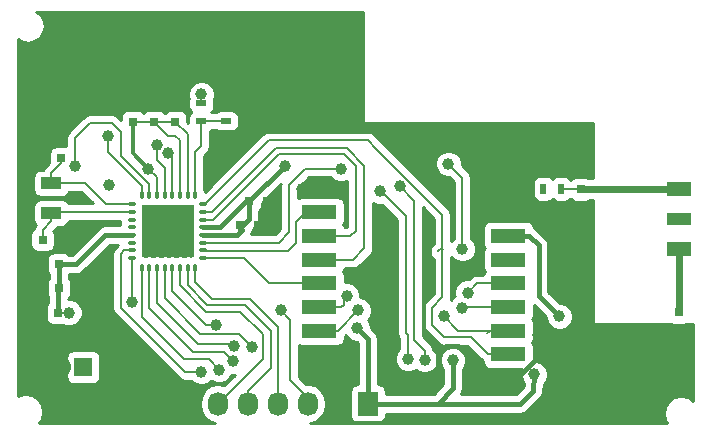
<source format=gbl>
G04 #@! TF.FileFunction,Copper,L2,Bot,Signal*
%FSLAX46Y46*%
G04 Gerber Fmt 4.6, Leading zero omitted, Abs format (unit mm)*
G04 Created by KiCad (PCBNEW 4.0.5+dfsg1-4~bpo8+1) date Wed Oct 25 14:31:00 2017*
%MOMM*%
%LPD*%
G01*
G04 APERTURE LIST*
%ADD10C,0.100000*%
%ADD11R,1.600000X1.600000*%
%ADD12O,1.600000X1.600000*%
%ADD13C,1.000000*%
%ADD14R,3.000000X1.300000*%
%ADD15R,2.000000X1.200000*%
%ADD16R,2.000000X1.100000*%
%ADD17R,0.750000X0.800000*%
%ADD18R,0.800000X0.750000*%
%ADD19R,1.727200X2.032000*%
%ADD20O,1.727200X2.032000*%
%ADD21R,0.900000X0.500000*%
%ADD22R,0.500000X0.900000*%
%ADD23C,0.500000*%
%ADD24O,0.800000X0.350000*%
%ADD25O,0.350000X0.800000*%
%ADD26R,4.400000X4.400000*%
%ADD27R,1.800000X1.000000*%
%ADD28C,0.600000*%
%ADD29C,0.200000*%
%ADD30C,0.400000*%
%ADD31C,0.300000*%
%ADD32C,0.350000*%
%ADD33C,0.254000*%
G04 APERTURE END LIST*
D10*
D11*
X93200000Y-89300000D03*
D12*
X91400000Y-89300000D03*
D13*
X109430000Y-77290000D03*
D14*
X113200000Y-74200000D03*
X113200000Y-76200000D03*
X113200000Y-78200000D03*
X113200000Y-80200000D03*
X113200000Y-82200000D03*
X113200000Y-84200000D03*
X113200000Y-86200000D03*
X113200000Y-88200000D03*
X129200000Y-88200000D03*
X129200000Y-86200000D03*
X129200000Y-84200000D03*
X129200000Y-82200000D03*
X129200000Y-80200000D03*
X129200000Y-78200000D03*
X129200000Y-76200000D03*
X129200000Y-74200000D03*
D13*
X93250000Y-82500000D03*
X133570000Y-76230000D03*
X133500000Y-78250000D03*
X133500000Y-79750000D03*
X109250000Y-64000000D03*
X109250000Y-62500000D03*
X109250000Y-61000000D03*
X107750000Y-64000000D03*
X107750000Y-62500000D03*
X107750000Y-61000000D03*
X106250000Y-64000000D03*
X106250000Y-62500000D03*
X106250000Y-61000000D03*
X138500000Y-91500000D03*
X138500000Y-90000000D03*
X138500000Y-88500000D03*
X137000000Y-91500000D03*
X137000000Y-90000000D03*
X137000000Y-88500000D03*
X135500000Y-91500000D03*
X135500000Y-90000000D03*
X135500000Y-88500000D03*
X116000000Y-67750000D03*
X116000000Y-66000000D03*
X116000000Y-64500000D03*
X116000000Y-63000000D03*
X116000000Y-61500000D03*
X116000000Y-60000000D03*
X89750000Y-90750000D03*
X89750000Y-89250000D03*
X101750000Y-79000000D03*
X101750000Y-76500000D03*
X99250000Y-79000000D03*
X99250000Y-76500000D03*
X133460000Y-69310000D03*
X133100000Y-72300000D03*
X135750000Y-82750000D03*
X135750000Y-81250000D03*
X135750000Y-79750000D03*
X135750000Y-78250000D03*
X135640000Y-76250000D03*
X133500000Y-81250000D03*
X135750000Y-84500000D03*
X131150000Y-69270000D03*
X135840000Y-71160000D03*
X135750000Y-69250000D03*
X135750000Y-86250000D03*
X141750000Y-86250000D03*
X140250000Y-86250000D03*
X138750000Y-86250000D03*
D15*
X143600000Y-74200000D03*
X143600000Y-79300000D03*
D16*
X143600000Y-76750000D03*
D17*
X99200000Y-68550000D03*
X99200000Y-67050000D03*
X101000000Y-68550000D03*
X101000000Y-67050000D03*
D18*
X91150000Y-80600000D03*
X89650000Y-80600000D03*
D17*
X97400000Y-68550000D03*
X97400000Y-67050000D03*
D18*
X107250000Y-75250000D03*
X108750000Y-75250000D03*
X106500000Y-77250000D03*
X108000000Y-77250000D03*
X91050000Y-84700000D03*
X89550000Y-84700000D03*
X91150000Y-82600000D03*
X89650000Y-82600000D03*
X91350000Y-71600000D03*
X89850000Y-71600000D03*
X89750000Y-78500000D03*
X91250000Y-78500000D03*
D17*
X143600000Y-84650000D03*
X143600000Y-86150000D03*
X135300000Y-74250000D03*
X135300000Y-72750000D03*
D19*
X117300000Y-92400000D03*
D20*
X114760000Y-92400000D03*
X112220000Y-92400000D03*
X109680000Y-92400000D03*
X107140000Y-92400000D03*
X104600000Y-92400000D03*
D21*
X103200000Y-66950000D03*
X103200000Y-68450000D03*
X105300000Y-68450000D03*
X105300000Y-66950000D03*
D22*
X132150000Y-74200000D03*
X133650000Y-74200000D03*
D23*
X99350000Y-89800000D03*
X100000000Y-89800000D03*
X100650000Y-89800000D03*
D24*
X97330000Y-80070000D03*
D25*
X98130000Y-74720000D03*
D24*
X103330000Y-80070000D03*
D25*
X98130000Y-80870000D03*
D24*
X97330000Y-79420000D03*
X97330000Y-78770000D03*
X97330000Y-78120000D03*
X97330000Y-77470000D03*
X97330000Y-76820000D03*
X97330000Y-76170000D03*
X97330000Y-75520000D03*
D25*
X102680000Y-80870000D03*
X102030000Y-80870000D03*
X101380000Y-80870000D03*
X100730000Y-80870000D03*
X100080000Y-80870000D03*
X99430000Y-80870000D03*
X98780000Y-80870000D03*
X98780000Y-74720000D03*
X99430000Y-74720000D03*
X100080000Y-74720000D03*
X100730000Y-74720000D03*
X101380000Y-74720000D03*
X102030000Y-74720000D03*
X102680000Y-74720000D03*
D24*
X103330000Y-75520000D03*
X103330000Y-76170000D03*
X103330000Y-76820000D03*
X103330000Y-77470000D03*
X103330000Y-78120000D03*
X103330000Y-78770000D03*
X103330000Y-79420000D03*
D26*
X100400000Y-77800000D03*
D27*
X90500000Y-76250000D03*
X90500000Y-73750000D03*
D13*
X137250000Y-86250000D03*
X103200000Y-66200000D03*
X111750000Y-74250000D03*
X88200000Y-73500000D03*
X107100000Y-67800000D03*
X122900000Y-72800000D03*
X95300000Y-84500000D03*
X95500000Y-89000000D03*
X89600000Y-72000000D03*
X94100000Y-60700000D03*
X103900000Y-73000000D03*
X131700000Y-86600000D03*
X132600000Y-92800000D03*
X100400000Y-77800000D03*
X119100000Y-89000000D03*
X131400000Y-72500000D03*
X110250000Y-72250000D03*
X98700000Y-72500000D03*
X131400000Y-89900000D03*
X124500000Y-88700000D03*
X95400000Y-73900000D03*
X92000000Y-84700000D03*
X116400000Y-86000000D03*
X104400000Y-85700000D03*
X133500000Y-85000000D03*
X109900000Y-84500000D03*
X95300000Y-69700000D03*
X103200000Y-89700000D03*
X104700000Y-89500000D03*
X92500000Y-72300000D03*
X125300000Y-79300000D03*
X124100000Y-72100000D03*
X97300000Y-83800000D03*
X116500000Y-84500000D03*
X115500000Y-83250000D03*
X115000000Y-72500000D03*
X123750000Y-85000000D03*
X105900000Y-88800000D03*
X120000000Y-74000000D03*
X99400000Y-70500000D03*
X122100000Y-88700000D03*
X118300000Y-74400000D03*
X100400000Y-71200000D03*
X120700000Y-88600000D03*
X125250000Y-84250000D03*
X106000000Y-87500000D03*
X125750000Y-83000000D03*
X107500000Y-87600000D03*
D28*
X143600000Y-74200000D02*
X135350000Y-74200000D01*
D29*
X135350000Y-74200000D02*
X135300000Y-74250000D01*
X133650000Y-74200000D02*
X135250000Y-74200000D01*
X135250000Y-74200000D02*
X135300000Y-74250000D01*
D28*
X143600000Y-84650000D02*
X143600000Y-79300000D01*
D29*
X103200000Y-66950000D02*
X103200000Y-66200000D01*
D30*
X108000000Y-77250000D02*
X109250000Y-77250000D01*
X109250000Y-77250000D02*
X109500000Y-77500000D01*
X108000000Y-77250000D02*
X108250000Y-77250000D01*
X108250000Y-77250000D02*
X108750000Y-76750000D01*
X108750000Y-76750000D02*
X108750000Y-75250000D01*
D29*
X113200000Y-74200000D02*
X111800000Y-74200000D01*
D30*
X111800000Y-74200000D02*
X111750000Y-74250000D01*
X129200000Y-76200000D02*
X131710000Y-76200000D01*
X131710000Y-76200000D02*
X135400000Y-79890000D01*
X95500000Y-90960000D02*
X96240000Y-91700000D01*
X96090000Y-91650000D02*
X96090000Y-91700000D01*
X96140000Y-91700000D02*
X96090000Y-91650000D01*
X96240000Y-91700000D02*
X96140000Y-91700000D01*
X95500000Y-89000000D02*
X95500000Y-90960000D01*
D31*
X114760000Y-92400000D02*
X114760000Y-93150000D01*
X114760000Y-93150000D02*
X115610000Y-94000000D01*
X131400000Y-94000000D02*
X132600000Y-92800000D01*
X115610000Y-94000000D02*
X131400000Y-94000000D01*
D30*
X89650000Y-82600000D02*
X89650000Y-80600000D01*
X89550000Y-84700000D02*
X89550000Y-82700000D01*
X89550000Y-82700000D02*
X89650000Y-82600000D01*
X89550000Y-84700000D02*
X89550000Y-86560000D01*
X89550000Y-86560000D02*
X89520000Y-86530000D01*
X88000000Y-83790000D02*
X88000000Y-85010000D01*
D29*
X88200000Y-73500000D02*
X88000000Y-73700000D01*
D30*
X88000000Y-73700000D02*
X88000000Y-83790000D01*
X88000000Y-85010000D02*
X89520000Y-86530000D01*
X91650000Y-88660000D02*
X91650000Y-89300000D01*
X89520000Y-86530000D02*
X91650000Y-88660000D01*
X129200000Y-76200000D02*
X127500000Y-76200000D01*
X127350000Y-72500000D02*
X131400000Y-72500000D01*
X126900000Y-72950000D02*
X127350000Y-72500000D01*
X126900000Y-75600000D02*
X126900000Y-72950000D01*
X127500000Y-76200000D02*
X126900000Y-75600000D01*
D29*
X107100000Y-67800000D02*
X106250000Y-66950000D01*
X106250000Y-66950000D02*
X105300000Y-66950000D01*
X131400000Y-72500000D02*
X131100000Y-72500000D01*
D30*
X131100000Y-72500000D02*
X128700000Y-70100000D01*
X128700000Y-70100000D02*
X124000000Y-70100000D01*
X124000000Y-70100000D02*
X122900000Y-71200000D01*
X122900000Y-71200000D02*
X122900000Y-72800000D01*
X136450000Y-86150000D02*
X143600000Y-86150000D01*
X135400000Y-85100000D02*
X136450000Y-86150000D01*
X135400000Y-79890000D02*
X135400000Y-85100000D01*
X135300000Y-72750000D02*
X131650000Y-72750000D01*
D29*
X131650000Y-72750000D02*
X131400000Y-72500000D01*
D30*
X95500000Y-84700000D02*
X95500000Y-89000000D01*
D29*
X95300000Y-84500000D02*
X95500000Y-84700000D01*
D30*
X99350000Y-89800000D02*
X98700000Y-89800000D01*
X97340000Y-91160000D02*
X96800000Y-91700000D01*
X96800000Y-91700000D02*
X96090000Y-91700000D01*
X98700000Y-89800000D02*
X97340000Y-91160000D01*
X91650000Y-91150000D02*
X91650000Y-89300000D01*
X95500000Y-91700000D02*
X92200000Y-91700000D01*
X92200000Y-91700000D02*
X91650000Y-91150000D01*
X96090000Y-91700000D02*
X95500000Y-91700000D01*
D29*
X89600000Y-72000000D02*
X89850000Y-71750000D01*
X89850000Y-71750000D02*
X89850000Y-71600000D01*
D30*
X97400000Y-67050000D02*
X97400000Y-62900000D01*
X95200000Y-60700000D02*
X94100000Y-60700000D01*
X97400000Y-62900000D02*
X95200000Y-60700000D01*
X105300000Y-66950000D02*
X105300000Y-65600000D01*
X101000000Y-65100000D02*
X101000000Y-67050000D01*
X101600000Y-64500000D02*
X101000000Y-65100000D01*
X104200000Y-64500000D02*
X101600000Y-64500000D01*
X105300000Y-65600000D02*
X104200000Y-64500000D01*
X105300000Y-66950000D02*
X106250000Y-66950000D01*
X106250000Y-66950000D02*
X107200000Y-67900000D01*
X107200000Y-67900000D02*
X107200000Y-69600000D01*
X107200000Y-69600000D02*
X103900000Y-72900000D01*
X103900000Y-72900000D02*
X103900000Y-73000000D01*
X128800000Y-90100000D02*
X130000000Y-90100000D01*
X131700000Y-88400000D02*
X131700000Y-86600000D01*
X130000000Y-90100000D02*
X131700000Y-88400000D01*
X119100000Y-89000000D02*
X120500000Y-90400000D01*
X127500000Y-90100000D02*
X128800000Y-90100000D01*
X124900000Y-87500000D02*
X127500000Y-90100000D01*
X123900000Y-87500000D02*
X124900000Y-87500000D01*
X123200000Y-88200000D02*
X123900000Y-87500000D01*
X123200000Y-89400000D02*
X123200000Y-88200000D01*
X122200000Y-90400000D02*
X123200000Y-89400000D01*
X120500000Y-90400000D02*
X122200000Y-90400000D01*
X131700000Y-86600000D02*
X132600000Y-87500000D01*
X132600000Y-87500000D02*
X132600000Y-92800000D01*
D29*
X91250000Y-78500000D02*
X91250000Y-78850000D01*
D31*
X91250000Y-78850000D02*
X89650000Y-80450000D01*
D29*
X89650000Y-80450000D02*
X89650000Y-80600000D01*
D30*
X99200000Y-67050000D02*
X97400000Y-67050000D01*
X101000000Y-67050000D02*
X99200000Y-67050000D01*
D29*
X89550000Y-82700000D02*
X89650000Y-82600000D01*
X113200000Y-88200000D02*
X113200000Y-88800000D01*
D30*
X113200000Y-88800000D02*
X114760000Y-90360000D01*
X114760000Y-90360000D02*
X114760000Y-92400000D01*
X107250000Y-75250000D02*
X110250000Y-72250000D01*
X107250000Y-75250000D02*
X107000000Y-75250000D01*
X107000000Y-75250000D02*
X104780000Y-77470000D01*
X104780000Y-77470000D02*
X103330000Y-77470000D01*
X106500000Y-77250000D02*
X106750000Y-77250000D01*
X106750000Y-77250000D02*
X107250000Y-76750000D01*
X107250000Y-76750000D02*
X107250000Y-75250000D01*
X103330000Y-78120000D02*
X106230000Y-78120000D01*
X106230000Y-78120000D02*
X106500000Y-77850000D01*
X106500000Y-77850000D02*
X106500000Y-77250000D01*
X106750000Y-77250000D02*
X107250000Y-76750000D01*
X107250000Y-76750000D02*
X107250000Y-75250000D01*
X106230000Y-78120000D02*
X106500000Y-77850000D01*
X106500000Y-77850000D02*
X106650000Y-77700000D01*
X124500000Y-88700000D02*
X124500000Y-91100000D01*
X124500000Y-91100000D02*
X123200000Y-92400000D01*
D29*
X99430000Y-73700000D02*
X99430000Y-73230000D01*
X99430000Y-74720000D02*
X99430000Y-73700000D01*
X99430000Y-73230000D02*
X98700000Y-72500000D01*
D31*
X97400000Y-71200000D02*
X97400000Y-68550000D01*
X98700000Y-72500000D02*
X97400000Y-71200000D01*
X106650000Y-77350000D02*
X106650000Y-77700000D01*
D30*
X117300000Y-92400000D02*
X123200000Y-92400000D01*
X123200000Y-92400000D02*
X130200000Y-92400000D01*
X130200000Y-92400000D02*
X131300000Y-91300000D01*
X131300000Y-91300000D02*
X131400000Y-89900000D01*
D29*
X95400000Y-74000000D02*
X95400000Y-73900000D01*
X92000000Y-84700000D02*
X91050000Y-84700000D01*
D30*
X91050000Y-84700000D02*
X91050000Y-82700000D01*
D29*
X91050000Y-82700000D02*
X91150000Y-82600000D01*
D30*
X91150000Y-82600000D02*
X91150000Y-80600000D01*
X117300000Y-92400000D02*
X117300000Y-86900000D01*
X117300000Y-86900000D02*
X116400000Y-86000000D01*
D29*
X101380000Y-74720000D02*
X101380000Y-70080000D01*
X100350000Y-69700000D02*
X99200000Y-68550000D01*
X101000000Y-69700000D02*
X100350000Y-69700000D01*
X101380000Y-70080000D02*
X101000000Y-69700000D01*
X102030000Y-74720000D02*
X102030000Y-69580000D01*
X102030000Y-69580000D02*
X101000000Y-68550000D01*
X99200000Y-68550000D02*
X101000000Y-68550000D01*
X97400000Y-68550000D02*
X99200000Y-68550000D01*
X104400000Y-85700000D02*
X103600000Y-85700000D01*
X103600000Y-85700000D02*
X103100000Y-85200000D01*
X100730000Y-80870000D02*
X100730000Y-82830000D01*
X100730000Y-82830000D02*
X103100000Y-85200000D01*
X106650000Y-77700000D02*
X106650000Y-77350000D01*
D30*
X97330000Y-78120000D02*
X95080000Y-78120000D01*
X92600000Y-80600000D02*
X91150000Y-80600000D01*
X95080000Y-78120000D02*
X92600000Y-80600000D01*
D29*
X91350000Y-71600000D02*
X91350000Y-72050000D01*
X90500000Y-72900000D02*
X90500000Y-73750000D01*
X91350000Y-72050000D02*
X90500000Y-72900000D01*
X97330000Y-75520000D02*
X95120000Y-75520000D01*
X93350000Y-73750000D02*
X90500000Y-73750000D01*
X95120000Y-75520000D02*
X93350000Y-73750000D01*
X90500000Y-76250000D02*
X90500000Y-76900000D01*
X89750000Y-77650000D02*
X89750000Y-78500000D01*
X90500000Y-76900000D02*
X89750000Y-77650000D01*
X97330000Y-76170000D02*
X90580000Y-76170000D01*
X90580000Y-76170000D02*
X90500000Y-76250000D01*
D30*
X129200000Y-78200000D02*
X130950000Y-78200000D01*
X131750000Y-83250000D02*
X133500000Y-85000000D01*
X131750000Y-79000000D02*
X131750000Y-83250000D01*
X130950000Y-78200000D02*
X131750000Y-79000000D01*
D29*
X98130000Y-74720000D02*
X98130000Y-73930000D01*
X95300000Y-71100000D02*
X95300000Y-69700000D01*
X98130000Y-73930000D02*
X95300000Y-71100000D01*
X110700000Y-90400000D02*
X110700000Y-85300000D01*
X110700000Y-85300000D02*
X109900000Y-84500000D01*
X112220000Y-92400000D02*
X112220000Y-91920000D01*
X112220000Y-91920000D02*
X110700000Y-90400000D01*
X98130000Y-74720000D02*
X98130000Y-74330000D01*
X112220000Y-91920000D02*
X111300000Y-91000000D01*
X111300000Y-91000000D02*
X110700000Y-90400000D01*
X112220000Y-93280000D02*
X112220000Y-92400000D01*
X102680000Y-80870000D02*
X102680000Y-82080000D01*
X109680000Y-85880000D02*
X109680000Y-92400000D01*
X107300000Y-83500000D02*
X109680000Y-85880000D01*
X104100000Y-83500000D02*
X107300000Y-83500000D01*
X102680000Y-82080000D02*
X104100000Y-83500000D01*
X107140000Y-92400000D02*
X107140000Y-91360000D01*
X102030000Y-82330000D02*
X102030000Y-80870000D01*
X103700000Y-84000000D02*
X102030000Y-82330000D01*
X106900000Y-84000000D02*
X103700000Y-84000000D01*
X109100000Y-86200000D02*
X106900000Y-84000000D01*
X109100000Y-89400000D02*
X109100000Y-86200000D01*
X107140000Y-91360000D02*
X109100000Y-89400000D01*
X104600000Y-92400000D02*
X108400000Y-88600000D01*
X101380000Y-82380000D02*
X101380000Y-80870000D01*
X103600000Y-84600000D02*
X101380000Y-82380000D01*
X106500000Y-84600000D02*
X103600000Y-84600000D01*
X108400000Y-86500000D02*
X106500000Y-84600000D01*
X108400000Y-88600000D02*
X108400000Y-86500000D01*
X102600000Y-89700000D02*
X103200000Y-89700000D01*
X97330000Y-79420000D02*
X96680000Y-79420000D01*
X101800000Y-89700000D02*
X102600000Y-89700000D01*
X96400000Y-84300000D02*
X101800000Y-89700000D01*
X96400000Y-79700000D02*
X96400000Y-84300000D01*
X96680000Y-79420000D02*
X96400000Y-79700000D01*
X103100000Y-88650000D02*
X103850000Y-88650000D01*
X103850000Y-88650000D02*
X104700000Y-89500000D01*
X102900000Y-88650000D02*
X103100000Y-88650000D01*
X101750000Y-88650000D02*
X102900000Y-88650000D01*
X98130000Y-85030000D02*
X98130000Y-84430000D01*
X101750000Y-88650000D02*
X98130000Y-85030000D01*
X98130000Y-80870000D02*
X98130000Y-84430000D01*
X102680000Y-74720000D02*
X102680000Y-71120000D01*
X103200000Y-70600000D02*
X103200000Y-68450000D01*
X102680000Y-71120000D02*
X103200000Y-70600000D01*
X103200000Y-68450000D02*
X105300000Y-68450000D01*
X95300000Y-68600000D02*
X95600000Y-68600000D01*
X95600000Y-68600000D02*
X96400000Y-69400000D01*
X92500000Y-72300000D02*
X92500000Y-69900000D01*
X92500000Y-69900000D02*
X92800000Y-69600000D01*
X93800000Y-68600000D02*
X95300000Y-68600000D01*
X92800000Y-69600000D02*
X93800000Y-68600000D01*
X98780000Y-73780000D02*
X96400000Y-71400000D01*
X96400000Y-71400000D02*
X96400000Y-69400000D01*
X98780000Y-74720000D02*
X98780000Y-73780000D01*
X125300000Y-73300000D02*
X125300000Y-79300000D01*
X124100000Y-72100000D02*
X125300000Y-73300000D01*
X97330000Y-80070000D02*
X97330000Y-83770000D01*
X97330000Y-83770000D02*
X97300000Y-83800000D01*
X113200000Y-86200000D02*
X114800000Y-86200000D01*
X114800000Y-86200000D02*
X116500000Y-84500000D01*
X113200000Y-86200000D02*
X114700000Y-86200000D01*
X103330000Y-80070000D02*
X106770000Y-80070000D01*
X108900000Y-82200000D02*
X113200000Y-82200000D01*
X106770000Y-80070000D02*
X108900000Y-82200000D01*
X123610000Y-79330000D02*
X123610000Y-83390000D01*
X127450000Y-88200000D02*
X129200000Y-88200000D01*
X126000000Y-86750000D02*
X127450000Y-88200000D01*
X123750000Y-86750000D02*
X126000000Y-86750000D01*
X122750000Y-85750000D02*
X123750000Y-86750000D01*
X122750000Y-84250000D02*
X122750000Y-85750000D01*
X123610000Y-83390000D02*
X122750000Y-84250000D01*
X123670000Y-79330000D02*
X123610000Y-79330000D01*
X123610000Y-79330000D02*
X123420000Y-79330000D01*
X123420000Y-79330000D02*
X123250000Y-79500000D01*
X123670000Y-79330000D02*
X123610000Y-79270000D01*
X123610000Y-79270000D02*
X123610000Y-76410000D01*
X118100000Y-70900000D02*
X117300000Y-70100000D01*
X117300000Y-70100000D02*
X109300000Y-70100000D01*
X118100000Y-70900000D02*
X123610000Y-76410000D01*
X108900000Y-70100000D02*
X108300000Y-70700000D01*
X103480000Y-75520000D02*
X108300000Y-70700000D01*
X109300000Y-70100000D02*
X108900000Y-70100000D01*
X103330000Y-75520000D02*
X103480000Y-75520000D01*
X110625000Y-73875000D02*
X110625000Y-77875000D01*
X110625000Y-73875000D02*
X112000000Y-72500000D01*
X110625000Y-77875000D02*
X109730000Y-78770000D01*
X109730000Y-78770000D02*
X109480000Y-78770000D01*
X112500000Y-72500000D02*
X115000000Y-72500000D01*
X115050000Y-84200000D02*
X113200000Y-84200000D01*
X115250000Y-84000000D02*
X115050000Y-84200000D01*
X115250000Y-83500000D02*
X115250000Y-84000000D01*
X115500000Y-83250000D02*
X115250000Y-83500000D01*
X112000000Y-72500000D02*
X112500000Y-72500000D01*
X103330000Y-78770000D02*
X109480000Y-78770000D01*
X124950000Y-86200000D02*
X129200000Y-86200000D01*
X123750000Y-85000000D02*
X124950000Y-86200000D01*
X129200000Y-86200000D02*
X127600000Y-86200000D01*
X127600000Y-86200000D02*
X127400000Y-86400000D01*
X127400000Y-86400000D02*
X127600000Y-86200000D01*
X103900000Y-88000000D02*
X105100000Y-88000000D01*
X105100000Y-88000000D02*
X105900000Y-88800000D01*
X98780000Y-84280000D02*
X102000000Y-87500000D01*
X98780000Y-80870000D02*
X98780000Y-84280000D01*
X102000000Y-87500000D02*
X102500000Y-88000000D01*
X102500000Y-88000000D02*
X103900000Y-88000000D01*
X121200000Y-87000000D02*
X121200000Y-75200000D01*
X121200000Y-75200000D02*
X120000000Y-74000000D01*
X100080000Y-74720000D02*
X100080000Y-72480000D01*
X99400000Y-71800000D02*
X99400000Y-70500000D01*
X100080000Y-72480000D02*
X99400000Y-71800000D01*
X122100000Y-88700000D02*
X122100000Y-87900000D01*
X122100000Y-87900000D02*
X121200000Y-87000000D01*
X118300000Y-74400000D02*
X118400000Y-74400000D01*
X118400000Y-74400000D02*
X120500000Y-76500000D01*
X120500000Y-86400000D02*
X120500000Y-76500000D01*
X120500000Y-76500000D02*
X119000000Y-75000000D01*
X119000000Y-75000000D02*
X118800000Y-74800000D01*
X100730000Y-74720000D02*
X100730000Y-71530000D01*
X100730000Y-71530000D02*
X100400000Y-71200000D01*
X120700000Y-88600000D02*
X120700000Y-86600000D01*
X120700000Y-86600000D02*
X120500000Y-86400000D01*
X117000000Y-73250000D02*
X117000000Y-72250000D01*
X109500000Y-70750000D02*
X109000000Y-71250000D01*
X115500000Y-70750000D02*
X109500000Y-70750000D01*
X117000000Y-72250000D02*
X115500000Y-70750000D01*
X103330000Y-76170000D02*
X104080000Y-76170000D01*
X104080000Y-76170000D02*
X109000000Y-71250000D01*
X116050000Y-80200000D02*
X113200000Y-80200000D01*
X117000000Y-79250000D02*
X116050000Y-80200000D01*
X117000000Y-73250000D02*
X117000000Y-79250000D01*
X108500000Y-72500000D02*
X109750000Y-71250000D01*
X116250000Y-72250000D02*
X116250000Y-74250000D01*
X115250000Y-71250000D02*
X116250000Y-72250000D01*
X109750000Y-71250000D02*
X115250000Y-71250000D01*
X103330000Y-76820000D02*
X104180000Y-76820000D01*
X115800000Y-78200000D02*
X113200000Y-78200000D01*
X116250000Y-77750000D02*
X115800000Y-78200000D01*
X116250000Y-74250000D02*
X116250000Y-77750000D01*
X104180000Y-76820000D02*
X108500000Y-72500000D01*
X111250000Y-77000000D02*
X111250000Y-78750000D01*
X111250000Y-78750000D02*
X110500000Y-79500000D01*
X110500000Y-79500000D02*
X110000000Y-79500000D01*
X108000000Y-79500000D02*
X103500000Y-79500000D01*
X110000000Y-79500000D02*
X108000000Y-79500000D01*
X113200000Y-76200000D02*
X112050000Y-76200000D01*
X112050000Y-76200000D02*
X111250000Y-77000000D01*
X103500000Y-79500000D02*
X103330000Y-79420000D01*
X113200000Y-76200000D02*
X111830000Y-76200000D01*
X129200000Y-84200000D02*
X125300000Y-84200000D01*
X125300000Y-84200000D02*
X125250000Y-84250000D01*
X105800000Y-87300000D02*
X106000000Y-87500000D01*
X102900000Y-87300000D02*
X105100000Y-87300000D01*
X99430000Y-80870000D02*
X99430000Y-83830000D01*
X99430000Y-83830000D02*
X102900000Y-87300000D01*
X105100000Y-87300000D02*
X105800000Y-87300000D01*
X126550000Y-82200000D02*
X129200000Y-82200000D01*
X125750000Y-83000000D02*
X126550000Y-82200000D01*
X106400000Y-86500000D02*
X107500000Y-87600000D01*
X103300000Y-86500000D02*
X106400000Y-86500000D01*
D32*
X129500000Y-82500000D02*
X129200000Y-82200000D01*
D29*
X103100000Y-86500000D02*
X103300000Y-86500000D01*
X100080000Y-80870000D02*
X100080000Y-83480000D01*
X100080000Y-83480000D02*
X103100000Y-86500000D01*
D33*
G36*
X115437233Y-86642086D02*
X115756235Y-86961645D01*
X116173244Y-87134803D01*
X116354093Y-87134961D01*
X116465000Y-87245868D01*
X116465000Y-90736560D01*
X116436400Y-90736560D01*
X116201083Y-90780838D01*
X115984959Y-90919910D01*
X115839969Y-91132110D01*
X115788960Y-91384000D01*
X115788960Y-93416000D01*
X115833238Y-93651317D01*
X115972310Y-93867441D01*
X116184510Y-94012431D01*
X116320650Y-94040000D01*
X112437910Y-94040000D01*
X112793489Y-93969271D01*
X113279670Y-93644415D01*
X113604526Y-93158234D01*
X113718600Y-92584745D01*
X113718600Y-92215255D01*
X113604526Y-91641766D01*
X113279670Y-91155585D01*
X112793489Y-90830729D01*
X112220000Y-90716655D01*
X112083294Y-90743847D01*
X111819724Y-90480278D01*
X111819723Y-90480276D01*
X111435000Y-90095554D01*
X111435000Y-87437473D01*
X111448110Y-87446431D01*
X111700000Y-87497440D01*
X114700000Y-87497440D01*
X114935317Y-87453162D01*
X115151441Y-87314090D01*
X115296431Y-87101890D01*
X115347440Y-86850000D01*
X115347440Y-86692006D01*
X115425575Y-86613871D01*
X115437233Y-86642086D01*
X115437233Y-86642086D01*
G37*
X115437233Y-86642086D02*
X115756235Y-86961645D01*
X116173244Y-87134803D01*
X116354093Y-87134961D01*
X116465000Y-87245868D01*
X116465000Y-90736560D01*
X116436400Y-90736560D01*
X116201083Y-90780838D01*
X115984959Y-90919910D01*
X115839969Y-91132110D01*
X115788960Y-91384000D01*
X115788960Y-93416000D01*
X115833238Y-93651317D01*
X115972310Y-93867441D01*
X116184510Y-94012431D01*
X116320650Y-94040000D01*
X112437910Y-94040000D01*
X112793489Y-93969271D01*
X113279670Y-93644415D01*
X113604526Y-93158234D01*
X113718600Y-92584745D01*
X113718600Y-92215255D01*
X113604526Y-91641766D01*
X113279670Y-91155585D01*
X112793489Y-90830729D01*
X112220000Y-90716655D01*
X112083294Y-90743847D01*
X111819724Y-90480278D01*
X111819723Y-90480276D01*
X111435000Y-90095554D01*
X111435000Y-87437473D01*
X111448110Y-87446431D01*
X111700000Y-87497440D01*
X114700000Y-87497440D01*
X114935317Y-87453162D01*
X115151441Y-87314090D01*
X115296431Y-87101890D01*
X115347440Y-86850000D01*
X115347440Y-86692006D01*
X115425575Y-86613871D01*
X115437233Y-86642086D01*
G36*
X116873000Y-68500000D02*
X116881685Y-68546159D01*
X116908965Y-68588553D01*
X116950590Y-68616994D01*
X117000000Y-68627000D01*
X136373000Y-68627000D01*
X136373000Y-73265000D01*
X135943620Y-73265000D01*
X135926890Y-73253569D01*
X135675000Y-73202560D01*
X134925000Y-73202560D01*
X134689683Y-73246838D01*
X134473559Y-73385910D01*
X134446130Y-73426053D01*
X134364090Y-73298559D01*
X134151890Y-73153569D01*
X133900000Y-73102560D01*
X133400000Y-73102560D01*
X133164683Y-73146838D01*
X132948559Y-73285910D01*
X132900866Y-73355711D01*
X132864090Y-73298559D01*
X132651890Y-73153569D01*
X132400000Y-73102560D01*
X131900000Y-73102560D01*
X131664683Y-73146838D01*
X131448559Y-73285910D01*
X131303569Y-73498110D01*
X131252560Y-73750000D01*
X131252560Y-74650000D01*
X131296838Y-74885317D01*
X131435910Y-75101441D01*
X131648110Y-75246431D01*
X131900000Y-75297440D01*
X132400000Y-75297440D01*
X132635317Y-75253162D01*
X132851441Y-75114090D01*
X132899134Y-75044289D01*
X132935910Y-75101441D01*
X133148110Y-75246431D01*
X133400000Y-75297440D01*
X133900000Y-75297440D01*
X134135317Y-75253162D01*
X134351441Y-75114090D01*
X134412009Y-75025446D01*
X134460910Y-75101441D01*
X134673110Y-75246431D01*
X134925000Y-75297440D01*
X135675000Y-75297440D01*
X135910317Y-75253162D01*
X136093946Y-75135000D01*
X136373000Y-75135000D01*
X136373000Y-85500000D01*
X136381685Y-85546159D01*
X136408965Y-85588553D01*
X136450590Y-85616994D01*
X136500000Y-85627000D01*
X142944672Y-85627000D01*
X142973110Y-85646431D01*
X143225000Y-85697440D01*
X143975000Y-85697440D01*
X144210317Y-85653162D01*
X144250974Y-85627000D01*
X144790000Y-85627000D01*
X144790000Y-92125654D01*
X144363148Y-91840440D01*
X143800000Y-91728423D01*
X143236852Y-91840440D01*
X142759438Y-92159438D01*
X142440440Y-92636852D01*
X142328423Y-93200000D01*
X142440440Y-93763148D01*
X142625427Y-94040000D01*
X118288173Y-94040000D01*
X118398917Y-94019162D01*
X118615041Y-93880090D01*
X118760031Y-93667890D01*
X118811040Y-93416000D01*
X118811040Y-93235000D01*
X130200000Y-93235000D01*
X130519541Y-93171439D01*
X130790434Y-92990434D01*
X131890434Y-91890434D01*
X131964706Y-91779278D01*
X132046712Y-91673692D01*
X132054687Y-91644611D01*
X132071439Y-91619540D01*
X132097520Y-91488421D01*
X132132878Y-91359491D01*
X132178053Y-90727037D01*
X132361645Y-90543765D01*
X132534803Y-90126756D01*
X132535197Y-89675225D01*
X132362767Y-89257914D01*
X132043765Y-88938355D01*
X131626756Y-88765197D01*
X131347440Y-88764953D01*
X131347440Y-87550000D01*
X131303162Y-87314683D01*
X131229380Y-87200022D01*
X131296431Y-87101890D01*
X131347440Y-86850000D01*
X131347440Y-85550000D01*
X131303162Y-85314683D01*
X131229380Y-85200022D01*
X131296431Y-85101890D01*
X131347440Y-84850000D01*
X131347440Y-84028308D01*
X132364959Y-85045827D01*
X132364803Y-85224775D01*
X132537233Y-85642086D01*
X132856235Y-85961645D01*
X133273244Y-86134803D01*
X133724775Y-86135197D01*
X134142086Y-85962767D01*
X134461645Y-85643765D01*
X134634803Y-85226756D01*
X134635197Y-84775225D01*
X134462767Y-84357914D01*
X134143765Y-84038355D01*
X133726756Y-83865197D01*
X133545907Y-83865039D01*
X132585000Y-82904132D01*
X132585000Y-79000000D01*
X132521439Y-78680459D01*
X132340434Y-78409566D01*
X131540434Y-77609566D01*
X131458770Y-77555000D01*
X131332506Y-77470633D01*
X131303162Y-77314683D01*
X131164090Y-77098559D01*
X130951890Y-76953569D01*
X130700000Y-76902560D01*
X127700000Y-76902560D01*
X127464683Y-76946838D01*
X127248559Y-77085910D01*
X127103569Y-77298110D01*
X127052560Y-77550000D01*
X127052560Y-78850000D01*
X127096838Y-79085317D01*
X127170620Y-79199978D01*
X127103569Y-79298110D01*
X127052560Y-79550000D01*
X127052560Y-80850000D01*
X127096838Y-81085317D01*
X127170620Y-81199978D01*
X127103569Y-81298110D01*
X127069773Y-81465000D01*
X126550000Y-81465000D01*
X126268728Y-81520949D01*
X126030277Y-81680276D01*
X125845471Y-81865082D01*
X125525225Y-81864803D01*
X125107914Y-82037233D01*
X124788355Y-82356235D01*
X124615197Y-82773244D01*
X124614803Y-83224775D01*
X124635842Y-83275693D01*
X124607914Y-83287233D01*
X124305366Y-83589254D01*
X124345000Y-83390000D01*
X124345000Y-79949867D01*
X124656235Y-80261645D01*
X125073244Y-80434803D01*
X125524775Y-80435197D01*
X125942086Y-80262767D01*
X126261645Y-79943765D01*
X126434803Y-79526756D01*
X126435197Y-79075225D01*
X126262767Y-78657914D01*
X126035000Y-78429749D01*
X126035000Y-73300000D01*
X125979051Y-73018728D01*
X125966352Y-72999723D01*
X125819723Y-72780276D01*
X125234918Y-72195471D01*
X125235197Y-71875225D01*
X125062767Y-71457914D01*
X124743765Y-71138355D01*
X124326756Y-70965197D01*
X123875225Y-70964803D01*
X123457914Y-71137233D01*
X123138355Y-71456235D01*
X122965197Y-71873244D01*
X122964803Y-72324775D01*
X123137233Y-72742086D01*
X123456235Y-73061645D01*
X123873244Y-73234803D01*
X124195638Y-73235084D01*
X124565000Y-73604447D01*
X124565000Y-78429985D01*
X124345000Y-78649602D01*
X124345000Y-76410000D01*
X124289051Y-76128728D01*
X124217363Y-76021439D01*
X124129724Y-75890277D01*
X118619726Y-70380280D01*
X118619724Y-70380277D01*
X117819723Y-69580277D01*
X117581272Y-69420949D01*
X117570106Y-69418728D01*
X117300000Y-69365000D01*
X108900000Y-69365000D01*
X108629894Y-69418728D01*
X108618728Y-69420949D01*
X108380276Y-69580277D01*
X107780279Y-70180275D01*
X107780276Y-70180277D01*
X103489308Y-74471246D01*
X103428342Y-74164749D01*
X103415000Y-74144781D01*
X103415000Y-71424446D01*
X103719723Y-71119724D01*
X103879051Y-70881272D01*
X103885083Y-70850949D01*
X103935000Y-70600000D01*
X103935000Y-69271192D01*
X104068946Y-69185000D01*
X104435025Y-69185000D01*
X104598110Y-69296431D01*
X104850000Y-69347440D01*
X105750000Y-69347440D01*
X105985317Y-69303162D01*
X106201441Y-69164090D01*
X106346431Y-68951890D01*
X106397440Y-68700000D01*
X106397440Y-68200000D01*
X106353162Y-67964683D01*
X106214090Y-67748559D01*
X106001890Y-67603569D01*
X105750000Y-67552560D01*
X104850000Y-67552560D01*
X104614683Y-67596838D01*
X104431054Y-67715000D01*
X104064975Y-67715000D01*
X104044289Y-67700866D01*
X104101441Y-67664090D01*
X104246431Y-67451890D01*
X104297440Y-67200000D01*
X104297440Y-66700000D01*
X104273710Y-66573884D01*
X104334803Y-66426756D01*
X104335197Y-65975225D01*
X104162767Y-65557914D01*
X103843765Y-65238355D01*
X103426756Y-65065197D01*
X102975225Y-65064803D01*
X102557914Y-65237233D01*
X102238355Y-65556235D01*
X102065197Y-65973244D01*
X102064803Y-66424775D01*
X102127545Y-66576621D01*
X102102560Y-66700000D01*
X102102560Y-67200000D01*
X102146838Y-67435317D01*
X102285910Y-67651441D01*
X102355711Y-67699134D01*
X102298559Y-67735910D01*
X102153569Y-67948110D01*
X102102560Y-68200000D01*
X102102560Y-68613113D01*
X102022440Y-68532994D01*
X102022440Y-68150000D01*
X101978162Y-67914683D01*
X101839090Y-67698559D01*
X101626890Y-67553569D01*
X101375000Y-67502560D01*
X100625000Y-67502560D01*
X100389683Y-67546838D01*
X100173559Y-67685910D01*
X100100116Y-67793397D01*
X100039090Y-67698559D01*
X99826890Y-67553569D01*
X99575000Y-67502560D01*
X98825000Y-67502560D01*
X98589683Y-67546838D01*
X98373559Y-67685910D01*
X98300116Y-67793397D01*
X98239090Y-67698559D01*
X98026890Y-67553569D01*
X97775000Y-67502560D01*
X97025000Y-67502560D01*
X96789683Y-67546838D01*
X96573559Y-67685910D01*
X96428569Y-67898110D01*
X96377560Y-68150000D01*
X96377560Y-68338114D01*
X96119723Y-68080277D01*
X95881272Y-67920949D01*
X95600000Y-67865000D01*
X93800000Y-67865000D01*
X93518728Y-67920949D01*
X93280277Y-68080276D01*
X92280279Y-69080275D01*
X92280276Y-69080277D01*
X91980277Y-69380277D01*
X91820949Y-69618728D01*
X91765000Y-69900000D01*
X91765000Y-70580598D01*
X91750000Y-70577560D01*
X90950000Y-70577560D01*
X90714683Y-70621838D01*
X90498559Y-70760910D01*
X90353569Y-70973110D01*
X90302560Y-71225000D01*
X90302560Y-71975000D01*
X90315703Y-72044850D01*
X89980277Y-72380277D01*
X89831752Y-72602560D01*
X89600000Y-72602560D01*
X89364683Y-72646838D01*
X89148559Y-72785910D01*
X89003569Y-72998110D01*
X88952560Y-73250000D01*
X88952560Y-74250000D01*
X88996838Y-74485317D01*
X89135910Y-74701441D01*
X89348110Y-74846431D01*
X89600000Y-74897440D01*
X91400000Y-74897440D01*
X91635317Y-74853162D01*
X91851441Y-74714090D01*
X91996431Y-74501890D01*
X91999851Y-74485000D01*
X93045554Y-74485000D01*
X93995554Y-75435000D01*
X91951887Y-75435000D01*
X91864090Y-75298559D01*
X91651890Y-75153569D01*
X91400000Y-75102560D01*
X89600000Y-75102560D01*
X89364683Y-75146838D01*
X89148559Y-75285910D01*
X89003569Y-75498110D01*
X88952560Y-75750000D01*
X88952560Y-76750000D01*
X88996838Y-76985317D01*
X89135910Y-77201441D01*
X89168052Y-77223403D01*
X89070949Y-77368728D01*
X89029603Y-77576585D01*
X88898559Y-77660910D01*
X88753569Y-77873110D01*
X88702560Y-78125000D01*
X88702560Y-78875000D01*
X88746838Y-79110317D01*
X88885910Y-79326441D01*
X89098110Y-79471431D01*
X89350000Y-79522440D01*
X90150000Y-79522440D01*
X90385317Y-79478162D01*
X90601441Y-79339090D01*
X90746431Y-79126890D01*
X90797440Y-78875000D01*
X90797440Y-78125000D01*
X90753162Y-77889683D01*
X90673524Y-77765922D01*
X91019723Y-77419724D01*
X91034613Y-77397440D01*
X91400000Y-77397440D01*
X91635317Y-77353162D01*
X91851441Y-77214090D01*
X91996431Y-77001890D01*
X92016052Y-76905000D01*
X96291631Y-76905000D01*
X96336381Y-77129974D01*
X96346421Y-77145000D01*
X96336381Y-77160026D01*
X96311522Y-77285000D01*
X95080000Y-77285000D01*
X94760460Y-77348560D01*
X94489566Y-77529566D01*
X92254132Y-79765000D01*
X92001563Y-79765000D01*
X91801890Y-79628569D01*
X91550000Y-79577560D01*
X90750000Y-79577560D01*
X90514683Y-79621838D01*
X90298559Y-79760910D01*
X90153569Y-79973110D01*
X90102560Y-80225000D01*
X90102560Y-80975000D01*
X90146838Y-81210317D01*
X90285910Y-81426441D01*
X90315000Y-81446317D01*
X90315000Y-81750331D01*
X90298559Y-81760910D01*
X90153569Y-81973110D01*
X90102560Y-82225000D01*
X90102560Y-82975000D01*
X90146838Y-83210317D01*
X90215000Y-83316244D01*
X90215000Y-83850331D01*
X90198559Y-83860910D01*
X90053569Y-84073110D01*
X90002560Y-84325000D01*
X90002560Y-85075000D01*
X90046838Y-85310317D01*
X90185910Y-85526441D01*
X90398110Y-85671431D01*
X90650000Y-85722440D01*
X91450000Y-85722440D01*
X91486228Y-85715623D01*
X91773244Y-85834803D01*
X92224775Y-85835197D01*
X92642086Y-85662767D01*
X92961645Y-85343765D01*
X93134803Y-84926756D01*
X93135197Y-84475225D01*
X92962767Y-84057914D01*
X92643765Y-83738355D01*
X92226756Y-83565197D01*
X91885000Y-83564899D01*
X91885000Y-83514018D01*
X92001441Y-83439090D01*
X92146431Y-83226890D01*
X92197440Y-82975000D01*
X92197440Y-82225000D01*
X92153162Y-81989683D01*
X92014090Y-81773559D01*
X91985000Y-81753683D01*
X91985000Y-81449669D01*
X92001441Y-81439090D01*
X92004236Y-81435000D01*
X92600000Y-81435000D01*
X92919541Y-81371439D01*
X93190434Y-81190434D01*
X95425868Y-78955000D01*
X96105553Y-78955000D01*
X95880277Y-79180277D01*
X95720949Y-79418728D01*
X95665000Y-79700000D01*
X95665000Y-84300000D01*
X95720949Y-84581272D01*
X95880277Y-84819723D01*
X101280276Y-90219723D01*
X101348040Y-90265001D01*
X101518728Y-90379051D01*
X101800000Y-90435000D01*
X102329985Y-90435000D01*
X102556235Y-90661645D01*
X102973244Y-90834803D01*
X103424775Y-90835197D01*
X103842086Y-90662767D01*
X104049908Y-90455307D01*
X104056235Y-90461645D01*
X104473244Y-90634803D01*
X104924775Y-90635197D01*
X105342086Y-90462767D01*
X105661645Y-90143765D01*
X105748387Y-89934869D01*
X106025443Y-89935110D01*
X105137069Y-90823485D01*
X104600000Y-90716655D01*
X104026511Y-90830729D01*
X103540330Y-91155585D01*
X103215474Y-91641766D01*
X103101400Y-92215255D01*
X103101400Y-92584745D01*
X103215474Y-93158234D01*
X103540330Y-93644415D01*
X104026511Y-93969271D01*
X104382090Y-94040000D01*
X89460423Y-94040000D01*
X89700810Y-93680235D01*
X89816226Y-93100000D01*
X89700810Y-92519765D01*
X89372134Y-92027866D01*
X88880235Y-91699190D01*
X88300000Y-91583774D01*
X87719765Y-91699190D01*
X87710000Y-91705715D01*
X87710000Y-88500000D01*
X91752560Y-88500000D01*
X91752560Y-90100000D01*
X91796838Y-90335317D01*
X91935910Y-90551441D01*
X92148110Y-90696431D01*
X92400000Y-90747440D01*
X94000000Y-90747440D01*
X94235317Y-90703162D01*
X94451441Y-90564090D01*
X94596431Y-90351890D01*
X94647440Y-90100000D01*
X94647440Y-88500000D01*
X94603162Y-88264683D01*
X94464090Y-88048559D01*
X94251890Y-87903569D01*
X94000000Y-87852560D01*
X92400000Y-87852560D01*
X92164683Y-87896838D01*
X91948559Y-88035910D01*
X91803569Y-88248110D01*
X91752560Y-88500000D01*
X87710000Y-88500000D01*
X87710000Y-61543730D01*
X87957697Y-61709236D01*
X88500000Y-61817107D01*
X89042303Y-61709236D01*
X89502046Y-61402046D01*
X89809236Y-60942303D01*
X89917107Y-60400000D01*
X89809236Y-59857697D01*
X89502046Y-59397954D01*
X89220753Y-59210000D01*
X116873000Y-59210000D01*
X116873000Y-68500000D01*
X116873000Y-68500000D01*
G37*
X116873000Y-68500000D02*
X116881685Y-68546159D01*
X116908965Y-68588553D01*
X116950590Y-68616994D01*
X117000000Y-68627000D01*
X136373000Y-68627000D01*
X136373000Y-73265000D01*
X135943620Y-73265000D01*
X135926890Y-73253569D01*
X135675000Y-73202560D01*
X134925000Y-73202560D01*
X134689683Y-73246838D01*
X134473559Y-73385910D01*
X134446130Y-73426053D01*
X134364090Y-73298559D01*
X134151890Y-73153569D01*
X133900000Y-73102560D01*
X133400000Y-73102560D01*
X133164683Y-73146838D01*
X132948559Y-73285910D01*
X132900866Y-73355711D01*
X132864090Y-73298559D01*
X132651890Y-73153569D01*
X132400000Y-73102560D01*
X131900000Y-73102560D01*
X131664683Y-73146838D01*
X131448559Y-73285910D01*
X131303569Y-73498110D01*
X131252560Y-73750000D01*
X131252560Y-74650000D01*
X131296838Y-74885317D01*
X131435910Y-75101441D01*
X131648110Y-75246431D01*
X131900000Y-75297440D01*
X132400000Y-75297440D01*
X132635317Y-75253162D01*
X132851441Y-75114090D01*
X132899134Y-75044289D01*
X132935910Y-75101441D01*
X133148110Y-75246431D01*
X133400000Y-75297440D01*
X133900000Y-75297440D01*
X134135317Y-75253162D01*
X134351441Y-75114090D01*
X134412009Y-75025446D01*
X134460910Y-75101441D01*
X134673110Y-75246431D01*
X134925000Y-75297440D01*
X135675000Y-75297440D01*
X135910317Y-75253162D01*
X136093946Y-75135000D01*
X136373000Y-75135000D01*
X136373000Y-85500000D01*
X136381685Y-85546159D01*
X136408965Y-85588553D01*
X136450590Y-85616994D01*
X136500000Y-85627000D01*
X142944672Y-85627000D01*
X142973110Y-85646431D01*
X143225000Y-85697440D01*
X143975000Y-85697440D01*
X144210317Y-85653162D01*
X144250974Y-85627000D01*
X144790000Y-85627000D01*
X144790000Y-92125654D01*
X144363148Y-91840440D01*
X143800000Y-91728423D01*
X143236852Y-91840440D01*
X142759438Y-92159438D01*
X142440440Y-92636852D01*
X142328423Y-93200000D01*
X142440440Y-93763148D01*
X142625427Y-94040000D01*
X118288173Y-94040000D01*
X118398917Y-94019162D01*
X118615041Y-93880090D01*
X118760031Y-93667890D01*
X118811040Y-93416000D01*
X118811040Y-93235000D01*
X130200000Y-93235000D01*
X130519541Y-93171439D01*
X130790434Y-92990434D01*
X131890434Y-91890434D01*
X131964706Y-91779278D01*
X132046712Y-91673692D01*
X132054687Y-91644611D01*
X132071439Y-91619540D01*
X132097520Y-91488421D01*
X132132878Y-91359491D01*
X132178053Y-90727037D01*
X132361645Y-90543765D01*
X132534803Y-90126756D01*
X132535197Y-89675225D01*
X132362767Y-89257914D01*
X132043765Y-88938355D01*
X131626756Y-88765197D01*
X131347440Y-88764953D01*
X131347440Y-87550000D01*
X131303162Y-87314683D01*
X131229380Y-87200022D01*
X131296431Y-87101890D01*
X131347440Y-86850000D01*
X131347440Y-85550000D01*
X131303162Y-85314683D01*
X131229380Y-85200022D01*
X131296431Y-85101890D01*
X131347440Y-84850000D01*
X131347440Y-84028308D01*
X132364959Y-85045827D01*
X132364803Y-85224775D01*
X132537233Y-85642086D01*
X132856235Y-85961645D01*
X133273244Y-86134803D01*
X133724775Y-86135197D01*
X134142086Y-85962767D01*
X134461645Y-85643765D01*
X134634803Y-85226756D01*
X134635197Y-84775225D01*
X134462767Y-84357914D01*
X134143765Y-84038355D01*
X133726756Y-83865197D01*
X133545907Y-83865039D01*
X132585000Y-82904132D01*
X132585000Y-79000000D01*
X132521439Y-78680459D01*
X132340434Y-78409566D01*
X131540434Y-77609566D01*
X131458770Y-77555000D01*
X131332506Y-77470633D01*
X131303162Y-77314683D01*
X131164090Y-77098559D01*
X130951890Y-76953569D01*
X130700000Y-76902560D01*
X127700000Y-76902560D01*
X127464683Y-76946838D01*
X127248559Y-77085910D01*
X127103569Y-77298110D01*
X127052560Y-77550000D01*
X127052560Y-78850000D01*
X127096838Y-79085317D01*
X127170620Y-79199978D01*
X127103569Y-79298110D01*
X127052560Y-79550000D01*
X127052560Y-80850000D01*
X127096838Y-81085317D01*
X127170620Y-81199978D01*
X127103569Y-81298110D01*
X127069773Y-81465000D01*
X126550000Y-81465000D01*
X126268728Y-81520949D01*
X126030277Y-81680276D01*
X125845471Y-81865082D01*
X125525225Y-81864803D01*
X125107914Y-82037233D01*
X124788355Y-82356235D01*
X124615197Y-82773244D01*
X124614803Y-83224775D01*
X124635842Y-83275693D01*
X124607914Y-83287233D01*
X124305366Y-83589254D01*
X124345000Y-83390000D01*
X124345000Y-79949867D01*
X124656235Y-80261645D01*
X125073244Y-80434803D01*
X125524775Y-80435197D01*
X125942086Y-80262767D01*
X126261645Y-79943765D01*
X126434803Y-79526756D01*
X126435197Y-79075225D01*
X126262767Y-78657914D01*
X126035000Y-78429749D01*
X126035000Y-73300000D01*
X125979051Y-73018728D01*
X125966352Y-72999723D01*
X125819723Y-72780276D01*
X125234918Y-72195471D01*
X125235197Y-71875225D01*
X125062767Y-71457914D01*
X124743765Y-71138355D01*
X124326756Y-70965197D01*
X123875225Y-70964803D01*
X123457914Y-71137233D01*
X123138355Y-71456235D01*
X122965197Y-71873244D01*
X122964803Y-72324775D01*
X123137233Y-72742086D01*
X123456235Y-73061645D01*
X123873244Y-73234803D01*
X124195638Y-73235084D01*
X124565000Y-73604447D01*
X124565000Y-78429985D01*
X124345000Y-78649602D01*
X124345000Y-76410000D01*
X124289051Y-76128728D01*
X124217363Y-76021439D01*
X124129724Y-75890277D01*
X118619726Y-70380280D01*
X118619724Y-70380277D01*
X117819723Y-69580277D01*
X117581272Y-69420949D01*
X117570106Y-69418728D01*
X117300000Y-69365000D01*
X108900000Y-69365000D01*
X108629894Y-69418728D01*
X108618728Y-69420949D01*
X108380276Y-69580277D01*
X107780279Y-70180275D01*
X107780276Y-70180277D01*
X103489308Y-74471246D01*
X103428342Y-74164749D01*
X103415000Y-74144781D01*
X103415000Y-71424446D01*
X103719723Y-71119724D01*
X103879051Y-70881272D01*
X103885083Y-70850949D01*
X103935000Y-70600000D01*
X103935000Y-69271192D01*
X104068946Y-69185000D01*
X104435025Y-69185000D01*
X104598110Y-69296431D01*
X104850000Y-69347440D01*
X105750000Y-69347440D01*
X105985317Y-69303162D01*
X106201441Y-69164090D01*
X106346431Y-68951890D01*
X106397440Y-68700000D01*
X106397440Y-68200000D01*
X106353162Y-67964683D01*
X106214090Y-67748559D01*
X106001890Y-67603569D01*
X105750000Y-67552560D01*
X104850000Y-67552560D01*
X104614683Y-67596838D01*
X104431054Y-67715000D01*
X104064975Y-67715000D01*
X104044289Y-67700866D01*
X104101441Y-67664090D01*
X104246431Y-67451890D01*
X104297440Y-67200000D01*
X104297440Y-66700000D01*
X104273710Y-66573884D01*
X104334803Y-66426756D01*
X104335197Y-65975225D01*
X104162767Y-65557914D01*
X103843765Y-65238355D01*
X103426756Y-65065197D01*
X102975225Y-65064803D01*
X102557914Y-65237233D01*
X102238355Y-65556235D01*
X102065197Y-65973244D01*
X102064803Y-66424775D01*
X102127545Y-66576621D01*
X102102560Y-66700000D01*
X102102560Y-67200000D01*
X102146838Y-67435317D01*
X102285910Y-67651441D01*
X102355711Y-67699134D01*
X102298559Y-67735910D01*
X102153569Y-67948110D01*
X102102560Y-68200000D01*
X102102560Y-68613113D01*
X102022440Y-68532994D01*
X102022440Y-68150000D01*
X101978162Y-67914683D01*
X101839090Y-67698559D01*
X101626890Y-67553569D01*
X101375000Y-67502560D01*
X100625000Y-67502560D01*
X100389683Y-67546838D01*
X100173559Y-67685910D01*
X100100116Y-67793397D01*
X100039090Y-67698559D01*
X99826890Y-67553569D01*
X99575000Y-67502560D01*
X98825000Y-67502560D01*
X98589683Y-67546838D01*
X98373559Y-67685910D01*
X98300116Y-67793397D01*
X98239090Y-67698559D01*
X98026890Y-67553569D01*
X97775000Y-67502560D01*
X97025000Y-67502560D01*
X96789683Y-67546838D01*
X96573559Y-67685910D01*
X96428569Y-67898110D01*
X96377560Y-68150000D01*
X96377560Y-68338114D01*
X96119723Y-68080277D01*
X95881272Y-67920949D01*
X95600000Y-67865000D01*
X93800000Y-67865000D01*
X93518728Y-67920949D01*
X93280277Y-68080276D01*
X92280279Y-69080275D01*
X92280276Y-69080277D01*
X91980277Y-69380277D01*
X91820949Y-69618728D01*
X91765000Y-69900000D01*
X91765000Y-70580598D01*
X91750000Y-70577560D01*
X90950000Y-70577560D01*
X90714683Y-70621838D01*
X90498559Y-70760910D01*
X90353569Y-70973110D01*
X90302560Y-71225000D01*
X90302560Y-71975000D01*
X90315703Y-72044850D01*
X89980277Y-72380277D01*
X89831752Y-72602560D01*
X89600000Y-72602560D01*
X89364683Y-72646838D01*
X89148559Y-72785910D01*
X89003569Y-72998110D01*
X88952560Y-73250000D01*
X88952560Y-74250000D01*
X88996838Y-74485317D01*
X89135910Y-74701441D01*
X89348110Y-74846431D01*
X89600000Y-74897440D01*
X91400000Y-74897440D01*
X91635317Y-74853162D01*
X91851441Y-74714090D01*
X91996431Y-74501890D01*
X91999851Y-74485000D01*
X93045554Y-74485000D01*
X93995554Y-75435000D01*
X91951887Y-75435000D01*
X91864090Y-75298559D01*
X91651890Y-75153569D01*
X91400000Y-75102560D01*
X89600000Y-75102560D01*
X89364683Y-75146838D01*
X89148559Y-75285910D01*
X89003569Y-75498110D01*
X88952560Y-75750000D01*
X88952560Y-76750000D01*
X88996838Y-76985317D01*
X89135910Y-77201441D01*
X89168052Y-77223403D01*
X89070949Y-77368728D01*
X89029603Y-77576585D01*
X88898559Y-77660910D01*
X88753569Y-77873110D01*
X88702560Y-78125000D01*
X88702560Y-78875000D01*
X88746838Y-79110317D01*
X88885910Y-79326441D01*
X89098110Y-79471431D01*
X89350000Y-79522440D01*
X90150000Y-79522440D01*
X90385317Y-79478162D01*
X90601441Y-79339090D01*
X90746431Y-79126890D01*
X90797440Y-78875000D01*
X90797440Y-78125000D01*
X90753162Y-77889683D01*
X90673524Y-77765922D01*
X91019723Y-77419724D01*
X91034613Y-77397440D01*
X91400000Y-77397440D01*
X91635317Y-77353162D01*
X91851441Y-77214090D01*
X91996431Y-77001890D01*
X92016052Y-76905000D01*
X96291631Y-76905000D01*
X96336381Y-77129974D01*
X96346421Y-77145000D01*
X96336381Y-77160026D01*
X96311522Y-77285000D01*
X95080000Y-77285000D01*
X94760460Y-77348560D01*
X94489566Y-77529566D01*
X92254132Y-79765000D01*
X92001563Y-79765000D01*
X91801890Y-79628569D01*
X91550000Y-79577560D01*
X90750000Y-79577560D01*
X90514683Y-79621838D01*
X90298559Y-79760910D01*
X90153569Y-79973110D01*
X90102560Y-80225000D01*
X90102560Y-80975000D01*
X90146838Y-81210317D01*
X90285910Y-81426441D01*
X90315000Y-81446317D01*
X90315000Y-81750331D01*
X90298559Y-81760910D01*
X90153569Y-81973110D01*
X90102560Y-82225000D01*
X90102560Y-82975000D01*
X90146838Y-83210317D01*
X90215000Y-83316244D01*
X90215000Y-83850331D01*
X90198559Y-83860910D01*
X90053569Y-84073110D01*
X90002560Y-84325000D01*
X90002560Y-85075000D01*
X90046838Y-85310317D01*
X90185910Y-85526441D01*
X90398110Y-85671431D01*
X90650000Y-85722440D01*
X91450000Y-85722440D01*
X91486228Y-85715623D01*
X91773244Y-85834803D01*
X92224775Y-85835197D01*
X92642086Y-85662767D01*
X92961645Y-85343765D01*
X93134803Y-84926756D01*
X93135197Y-84475225D01*
X92962767Y-84057914D01*
X92643765Y-83738355D01*
X92226756Y-83565197D01*
X91885000Y-83564899D01*
X91885000Y-83514018D01*
X92001441Y-83439090D01*
X92146431Y-83226890D01*
X92197440Y-82975000D01*
X92197440Y-82225000D01*
X92153162Y-81989683D01*
X92014090Y-81773559D01*
X91985000Y-81753683D01*
X91985000Y-81449669D01*
X92001441Y-81439090D01*
X92004236Y-81435000D01*
X92600000Y-81435000D01*
X92919541Y-81371439D01*
X93190434Y-81190434D01*
X95425868Y-78955000D01*
X96105553Y-78955000D01*
X95880277Y-79180277D01*
X95720949Y-79418728D01*
X95665000Y-79700000D01*
X95665000Y-84300000D01*
X95720949Y-84581272D01*
X95880277Y-84819723D01*
X101280276Y-90219723D01*
X101348040Y-90265001D01*
X101518728Y-90379051D01*
X101800000Y-90435000D01*
X102329985Y-90435000D01*
X102556235Y-90661645D01*
X102973244Y-90834803D01*
X103424775Y-90835197D01*
X103842086Y-90662767D01*
X104049908Y-90455307D01*
X104056235Y-90461645D01*
X104473244Y-90634803D01*
X104924775Y-90635197D01*
X105342086Y-90462767D01*
X105661645Y-90143765D01*
X105748387Y-89934869D01*
X106025443Y-89935110D01*
X105137069Y-90823485D01*
X104600000Y-90716655D01*
X104026511Y-90830729D01*
X103540330Y-91155585D01*
X103215474Y-91641766D01*
X103101400Y-92215255D01*
X103101400Y-92584745D01*
X103215474Y-93158234D01*
X103540330Y-93644415D01*
X104026511Y-93969271D01*
X104382090Y-94040000D01*
X89460423Y-94040000D01*
X89700810Y-93680235D01*
X89816226Y-93100000D01*
X89700810Y-92519765D01*
X89372134Y-92027866D01*
X88880235Y-91699190D01*
X88300000Y-91583774D01*
X87719765Y-91699190D01*
X87710000Y-91705715D01*
X87710000Y-88500000D01*
X91752560Y-88500000D01*
X91752560Y-90100000D01*
X91796838Y-90335317D01*
X91935910Y-90551441D01*
X92148110Y-90696431D01*
X92400000Y-90747440D01*
X94000000Y-90747440D01*
X94235317Y-90703162D01*
X94451441Y-90564090D01*
X94596431Y-90351890D01*
X94647440Y-90100000D01*
X94647440Y-88500000D01*
X94603162Y-88264683D01*
X94464090Y-88048559D01*
X94251890Y-87903569D01*
X94000000Y-87852560D01*
X92400000Y-87852560D01*
X92164683Y-87896838D01*
X91948559Y-88035910D01*
X91803569Y-88248110D01*
X91752560Y-88500000D01*
X87710000Y-88500000D01*
X87710000Y-61543730D01*
X87957697Y-61709236D01*
X88500000Y-61817107D01*
X89042303Y-61709236D01*
X89502046Y-61402046D01*
X89809236Y-60942303D01*
X89917107Y-60400000D01*
X89809236Y-59857697D01*
X89502046Y-59397954D01*
X89220753Y-59210000D01*
X116873000Y-59210000D01*
X116873000Y-68500000D01*
G36*
X118073244Y-75534803D02*
X118495725Y-75535172D01*
X119765000Y-76804447D01*
X119765000Y-86400000D01*
X119808950Y-86620949D01*
X119820949Y-86681272D01*
X119965000Y-86896859D01*
X119965000Y-87729985D01*
X119738355Y-87956235D01*
X119565197Y-88373244D01*
X119564803Y-88824775D01*
X119737233Y-89242086D01*
X120056235Y-89561645D01*
X120473244Y-89734803D01*
X120924775Y-89735197D01*
X121342086Y-89562767D01*
X121349821Y-89555045D01*
X121456235Y-89661645D01*
X121873244Y-89834803D01*
X122324775Y-89835197D01*
X122742086Y-89662767D01*
X123061645Y-89343765D01*
X123234803Y-88926756D01*
X123235197Y-88475225D01*
X123062767Y-88057914D01*
X122817549Y-87812268D01*
X122779051Y-87618728D01*
X122743283Y-87565197D01*
X122619723Y-87380276D01*
X121935000Y-86695554D01*
X121935000Y-75774447D01*
X122875000Y-76714447D01*
X122875000Y-78835553D01*
X122730277Y-78980277D01*
X122570949Y-79218728D01*
X122515001Y-79500000D01*
X122570949Y-79781272D01*
X122730277Y-80019723D01*
X122875000Y-80116424D01*
X122875000Y-83085553D01*
X122230277Y-83730277D01*
X122070949Y-83968728D01*
X122015000Y-84250000D01*
X122015000Y-85750000D01*
X122070949Y-86031272D01*
X122230277Y-86269723D01*
X123230277Y-87269724D01*
X123468728Y-87429051D01*
X123750000Y-87485000D01*
X125695554Y-87485000D01*
X126930277Y-88719724D01*
X127052560Y-88801430D01*
X127052560Y-88850000D01*
X127096838Y-89085317D01*
X127235910Y-89301441D01*
X127448110Y-89446431D01*
X127700000Y-89497440D01*
X130338198Y-89497440D01*
X130265197Y-89673244D01*
X130264803Y-90124775D01*
X130437233Y-90542086D01*
X130511682Y-90616665D01*
X130489314Y-90929818D01*
X129854132Y-91565000D01*
X125174247Y-91565000D01*
X125271440Y-91419540D01*
X125335000Y-91100000D01*
X125335000Y-89470189D01*
X125461645Y-89343765D01*
X125634803Y-88926756D01*
X125635197Y-88475225D01*
X125462767Y-88057914D01*
X125143765Y-87738355D01*
X124726756Y-87565197D01*
X124275225Y-87564803D01*
X123857914Y-87737233D01*
X123538355Y-88056235D01*
X123365197Y-88473244D01*
X123364803Y-88924775D01*
X123537233Y-89342086D01*
X123665000Y-89470076D01*
X123665000Y-90754132D01*
X122854132Y-91565000D01*
X118811040Y-91565000D01*
X118811040Y-91384000D01*
X118766762Y-91148683D01*
X118627690Y-90932559D01*
X118415490Y-90787569D01*
X118163600Y-90736560D01*
X118135000Y-90736560D01*
X118135000Y-86900000D01*
X118071439Y-86580459D01*
X117890434Y-86309566D01*
X117535041Y-85954173D01*
X117535197Y-85775225D01*
X117362767Y-85357914D01*
X117305045Y-85300092D01*
X117461645Y-85143765D01*
X117634803Y-84726756D01*
X117635197Y-84275225D01*
X117462767Y-83857914D01*
X117143765Y-83538355D01*
X116726756Y-83365197D01*
X116634900Y-83365117D01*
X116635197Y-83025225D01*
X116462767Y-82607914D01*
X116143765Y-82288355D01*
X115726756Y-82115197D01*
X115347440Y-82114866D01*
X115347440Y-81550000D01*
X115303162Y-81314683D01*
X115229380Y-81200022D01*
X115296431Y-81101890D01*
X115330227Y-80935000D01*
X116050000Y-80935000D01*
X116331272Y-80879051D01*
X116569723Y-80719723D01*
X117519724Y-79769723D01*
X117679051Y-79531272D01*
X117699384Y-79429051D01*
X117735000Y-79250000D01*
X117735000Y-75394351D01*
X118073244Y-75534803D01*
X118073244Y-75534803D01*
G37*
X118073244Y-75534803D02*
X118495725Y-75535172D01*
X119765000Y-76804447D01*
X119765000Y-86400000D01*
X119808950Y-86620949D01*
X119820949Y-86681272D01*
X119965000Y-86896859D01*
X119965000Y-87729985D01*
X119738355Y-87956235D01*
X119565197Y-88373244D01*
X119564803Y-88824775D01*
X119737233Y-89242086D01*
X120056235Y-89561645D01*
X120473244Y-89734803D01*
X120924775Y-89735197D01*
X121342086Y-89562767D01*
X121349821Y-89555045D01*
X121456235Y-89661645D01*
X121873244Y-89834803D01*
X122324775Y-89835197D01*
X122742086Y-89662767D01*
X123061645Y-89343765D01*
X123234803Y-88926756D01*
X123235197Y-88475225D01*
X123062767Y-88057914D01*
X122817549Y-87812268D01*
X122779051Y-87618728D01*
X122743283Y-87565197D01*
X122619723Y-87380276D01*
X121935000Y-86695554D01*
X121935000Y-75774447D01*
X122875000Y-76714447D01*
X122875000Y-78835553D01*
X122730277Y-78980277D01*
X122570949Y-79218728D01*
X122515001Y-79500000D01*
X122570949Y-79781272D01*
X122730277Y-80019723D01*
X122875000Y-80116424D01*
X122875000Y-83085553D01*
X122230277Y-83730277D01*
X122070949Y-83968728D01*
X122015000Y-84250000D01*
X122015000Y-85750000D01*
X122070949Y-86031272D01*
X122230277Y-86269723D01*
X123230277Y-87269724D01*
X123468728Y-87429051D01*
X123750000Y-87485000D01*
X125695554Y-87485000D01*
X126930277Y-88719724D01*
X127052560Y-88801430D01*
X127052560Y-88850000D01*
X127096838Y-89085317D01*
X127235910Y-89301441D01*
X127448110Y-89446431D01*
X127700000Y-89497440D01*
X130338198Y-89497440D01*
X130265197Y-89673244D01*
X130264803Y-90124775D01*
X130437233Y-90542086D01*
X130511682Y-90616665D01*
X130489314Y-90929818D01*
X129854132Y-91565000D01*
X125174247Y-91565000D01*
X125271440Y-91419540D01*
X125335000Y-91100000D01*
X125335000Y-89470189D01*
X125461645Y-89343765D01*
X125634803Y-88926756D01*
X125635197Y-88475225D01*
X125462767Y-88057914D01*
X125143765Y-87738355D01*
X124726756Y-87565197D01*
X124275225Y-87564803D01*
X123857914Y-87737233D01*
X123538355Y-88056235D01*
X123365197Y-88473244D01*
X123364803Y-88924775D01*
X123537233Y-89342086D01*
X123665000Y-89470076D01*
X123665000Y-90754132D01*
X122854132Y-91565000D01*
X118811040Y-91565000D01*
X118811040Y-91384000D01*
X118766762Y-91148683D01*
X118627690Y-90932559D01*
X118415490Y-90787569D01*
X118163600Y-90736560D01*
X118135000Y-90736560D01*
X118135000Y-86900000D01*
X118071439Y-86580459D01*
X117890434Y-86309566D01*
X117535041Y-85954173D01*
X117535197Y-85775225D01*
X117362767Y-85357914D01*
X117305045Y-85300092D01*
X117461645Y-85143765D01*
X117634803Y-84726756D01*
X117635197Y-84275225D01*
X117462767Y-83857914D01*
X117143765Y-83538355D01*
X116726756Y-83365197D01*
X116634900Y-83365117D01*
X116635197Y-83025225D01*
X116462767Y-82607914D01*
X116143765Y-82288355D01*
X115726756Y-82115197D01*
X115347440Y-82114866D01*
X115347440Y-81550000D01*
X115303162Y-81314683D01*
X115229380Y-81200022D01*
X115296431Y-81101890D01*
X115330227Y-80935000D01*
X116050000Y-80935000D01*
X116331272Y-80879051D01*
X116569723Y-80719723D01*
X117519724Y-79769723D01*
X117679051Y-79531272D01*
X117699384Y-79429051D01*
X117735000Y-79250000D01*
X117735000Y-75394351D01*
X118073244Y-75534803D01*
G36*
X101720026Y-75713619D02*
X102030000Y-75775277D01*
X102314254Y-75718735D01*
X102336381Y-75829974D01*
X102346421Y-75845000D01*
X102336381Y-75860026D01*
X102274723Y-76170000D01*
X102336381Y-76479974D01*
X102346421Y-76495000D01*
X102336381Y-76510026D01*
X102274723Y-76820000D01*
X102336381Y-77129974D01*
X102346421Y-77145000D01*
X102336381Y-77160026D01*
X102274723Y-77470000D01*
X102336381Y-77779974D01*
X102346421Y-77795000D01*
X102336381Y-77810026D01*
X102274723Y-78120000D01*
X102336381Y-78429974D01*
X102346421Y-78445000D01*
X102336381Y-78460026D01*
X102274723Y-78770000D01*
X102336381Y-79079974D01*
X102346421Y-79095000D01*
X102336381Y-79110026D01*
X102274723Y-79420000D01*
X102336381Y-79729974D01*
X102346421Y-79745000D01*
X102336381Y-79760026D01*
X102314254Y-79871265D01*
X102030000Y-79814723D01*
X101720026Y-79876381D01*
X101705000Y-79886421D01*
X101689974Y-79876381D01*
X101380000Y-79814723D01*
X101070026Y-79876381D01*
X101055000Y-79886421D01*
X101039974Y-79876381D01*
X100730000Y-79814723D01*
X100420026Y-79876381D01*
X100405000Y-79886421D01*
X100389974Y-79876381D01*
X100080000Y-79814723D01*
X99770026Y-79876381D01*
X99755000Y-79886421D01*
X99739974Y-79876381D01*
X99430000Y-79814723D01*
X99120026Y-79876381D01*
X99105000Y-79886421D01*
X99089974Y-79876381D01*
X98780000Y-79814723D01*
X98470026Y-79876381D01*
X98455000Y-79886421D01*
X98439974Y-79876381D01*
X98342924Y-79857076D01*
X98323619Y-79760026D01*
X98313579Y-79745000D01*
X98323619Y-79729974D01*
X98385277Y-79420000D01*
X98323619Y-79110026D01*
X98313579Y-79095000D01*
X98323619Y-79079974D01*
X98385277Y-78770000D01*
X98323619Y-78460026D01*
X98313579Y-78445000D01*
X98323619Y-78429974D01*
X98385277Y-78120000D01*
X98323619Y-77810026D01*
X98313579Y-77795000D01*
X98323619Y-77779974D01*
X98385277Y-77470000D01*
X98323619Y-77160026D01*
X98313579Y-77145000D01*
X98323619Y-77129974D01*
X98385277Y-76820000D01*
X98323619Y-76510026D01*
X98313579Y-76495000D01*
X98323619Y-76479974D01*
X98385277Y-76170000D01*
X98323619Y-75860026D01*
X98313579Y-75845000D01*
X98323619Y-75829974D01*
X98342924Y-75732924D01*
X98439974Y-75713619D01*
X98455000Y-75703579D01*
X98470026Y-75713619D01*
X98780000Y-75775277D01*
X99089974Y-75713619D01*
X99105000Y-75703579D01*
X99120026Y-75713619D01*
X99430000Y-75775277D01*
X99739974Y-75713619D01*
X99755000Y-75703579D01*
X99770026Y-75713619D01*
X100080000Y-75775277D01*
X100389974Y-75713619D01*
X100405000Y-75703579D01*
X100420026Y-75713619D01*
X100730000Y-75775277D01*
X101039974Y-75713619D01*
X101055000Y-75703579D01*
X101070026Y-75713619D01*
X101380000Y-75775277D01*
X101689974Y-75713619D01*
X101705000Y-75703579D01*
X101720026Y-75713619D01*
X101720026Y-75713619D01*
G37*
X101720026Y-75713619D02*
X102030000Y-75775277D01*
X102314254Y-75718735D01*
X102336381Y-75829974D01*
X102346421Y-75845000D01*
X102336381Y-75860026D01*
X102274723Y-76170000D01*
X102336381Y-76479974D01*
X102346421Y-76495000D01*
X102336381Y-76510026D01*
X102274723Y-76820000D01*
X102336381Y-77129974D01*
X102346421Y-77145000D01*
X102336381Y-77160026D01*
X102274723Y-77470000D01*
X102336381Y-77779974D01*
X102346421Y-77795000D01*
X102336381Y-77810026D01*
X102274723Y-78120000D01*
X102336381Y-78429974D01*
X102346421Y-78445000D01*
X102336381Y-78460026D01*
X102274723Y-78770000D01*
X102336381Y-79079974D01*
X102346421Y-79095000D01*
X102336381Y-79110026D01*
X102274723Y-79420000D01*
X102336381Y-79729974D01*
X102346421Y-79745000D01*
X102336381Y-79760026D01*
X102314254Y-79871265D01*
X102030000Y-79814723D01*
X101720026Y-79876381D01*
X101705000Y-79886421D01*
X101689974Y-79876381D01*
X101380000Y-79814723D01*
X101070026Y-79876381D01*
X101055000Y-79886421D01*
X101039974Y-79876381D01*
X100730000Y-79814723D01*
X100420026Y-79876381D01*
X100405000Y-79886421D01*
X100389974Y-79876381D01*
X100080000Y-79814723D01*
X99770026Y-79876381D01*
X99755000Y-79886421D01*
X99739974Y-79876381D01*
X99430000Y-79814723D01*
X99120026Y-79876381D01*
X99105000Y-79886421D01*
X99089974Y-79876381D01*
X98780000Y-79814723D01*
X98470026Y-79876381D01*
X98455000Y-79886421D01*
X98439974Y-79876381D01*
X98342924Y-79857076D01*
X98323619Y-79760026D01*
X98313579Y-79745000D01*
X98323619Y-79729974D01*
X98385277Y-79420000D01*
X98323619Y-79110026D01*
X98313579Y-79095000D01*
X98323619Y-79079974D01*
X98385277Y-78770000D01*
X98323619Y-78460026D01*
X98313579Y-78445000D01*
X98323619Y-78429974D01*
X98385277Y-78120000D01*
X98323619Y-77810026D01*
X98313579Y-77795000D01*
X98323619Y-77779974D01*
X98385277Y-77470000D01*
X98323619Y-77160026D01*
X98313579Y-77145000D01*
X98323619Y-77129974D01*
X98385277Y-76820000D01*
X98323619Y-76510026D01*
X98313579Y-76495000D01*
X98323619Y-76479974D01*
X98385277Y-76170000D01*
X98323619Y-75860026D01*
X98313579Y-75845000D01*
X98323619Y-75829974D01*
X98342924Y-75732924D01*
X98439974Y-75713619D01*
X98455000Y-75703579D01*
X98470026Y-75713619D01*
X98780000Y-75775277D01*
X99089974Y-75713619D01*
X99105000Y-75703579D01*
X99120026Y-75713619D01*
X99430000Y-75775277D01*
X99739974Y-75713619D01*
X99755000Y-75703579D01*
X99770026Y-75713619D01*
X100080000Y-75775277D01*
X100389974Y-75713619D01*
X100405000Y-75703579D01*
X100420026Y-75713619D01*
X100730000Y-75775277D01*
X101039974Y-75713619D01*
X101055000Y-75703579D01*
X101070026Y-75713619D01*
X101380000Y-75775277D01*
X101689974Y-75713619D01*
X101705000Y-75703579D01*
X101720026Y-75713619D01*
G36*
X109890000Y-73875000D02*
X109890000Y-77570553D01*
X109425554Y-78035000D01*
X107411109Y-78035000D01*
X107421439Y-78019540D01*
X107430670Y-77973135D01*
X107496431Y-77876890D01*
X107545300Y-77635568D01*
X107840434Y-77340434D01*
X108021440Y-77069540D01*
X108085000Y-76750000D01*
X108085000Y-76099669D01*
X108101441Y-76089090D01*
X108246431Y-75876890D01*
X108297440Y-75625000D01*
X108297440Y-75383428D01*
X109910890Y-73769978D01*
X109890000Y-73875000D01*
X109890000Y-73875000D01*
G37*
X109890000Y-73875000D02*
X109890000Y-77570553D01*
X109425554Y-78035000D01*
X107411109Y-78035000D01*
X107421439Y-78019540D01*
X107430670Y-77973135D01*
X107496431Y-77876890D01*
X107545300Y-77635568D01*
X107840434Y-77340434D01*
X108021440Y-77069540D01*
X108085000Y-76750000D01*
X108085000Y-76099669D01*
X108101441Y-76089090D01*
X108246431Y-75876890D01*
X108297440Y-75625000D01*
X108297440Y-75383428D01*
X109910890Y-73769978D01*
X109890000Y-73875000D01*
G36*
X114356235Y-73461645D02*
X114773244Y-73634803D01*
X115224775Y-73635197D01*
X115515000Y-73515278D01*
X115515000Y-77445553D01*
X115495554Y-77465000D01*
X115331446Y-77465000D01*
X115303162Y-77314683D01*
X115229380Y-77200022D01*
X115296431Y-77101890D01*
X115347440Y-76850000D01*
X115347440Y-75550000D01*
X115303162Y-75314683D01*
X115164090Y-75098559D01*
X114951890Y-74953569D01*
X114700000Y-74902560D01*
X111700000Y-74902560D01*
X111464683Y-74946838D01*
X111360000Y-75014200D01*
X111360000Y-74179446D01*
X112304447Y-73235000D01*
X114129985Y-73235000D01*
X114356235Y-73461645D01*
X114356235Y-73461645D01*
G37*
X114356235Y-73461645D02*
X114773244Y-73634803D01*
X115224775Y-73635197D01*
X115515000Y-73515278D01*
X115515000Y-77445553D01*
X115495554Y-77465000D01*
X115331446Y-77465000D01*
X115303162Y-77314683D01*
X115229380Y-77200022D01*
X115296431Y-77101890D01*
X115347440Y-76850000D01*
X115347440Y-75550000D01*
X115303162Y-75314683D01*
X115164090Y-75098559D01*
X114951890Y-74953569D01*
X114700000Y-74902560D01*
X111700000Y-74902560D01*
X111464683Y-74946838D01*
X111360000Y-75014200D01*
X111360000Y-74179446D01*
X112304447Y-73235000D01*
X114129985Y-73235000D01*
X114356235Y-73461645D01*
M02*

</source>
